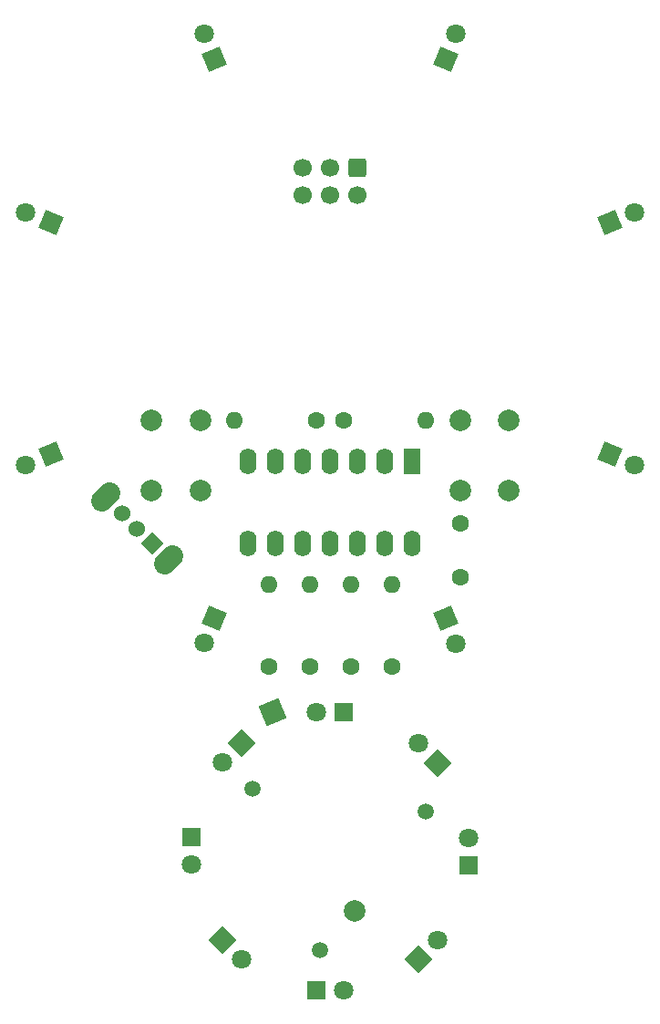
<source format=gbr>
%TF.GenerationSoftware,KiCad,Pcbnew,9.0.0*%
%TF.CreationDate,2025-02-27T14:29:49+01:00*%
%TF.ProjectId,CogLightBadgeTHT,436f674c-6967-4687-9442-616467655448,rev?*%
%TF.SameCoordinates,Original*%
%TF.FileFunction,Soldermask,Bot*%
%TF.FilePolarity,Negative*%
%FSLAX46Y46*%
G04 Gerber Fmt 4.6, Leading zero omitted, Abs format (unit mm)*
G04 Created by KiCad (PCBNEW 9.0.0) date 2025-02-27 14:29:49*
%MOMM*%
%LPD*%
G01*
G04 APERTURE LIST*
G04 Aperture macros list*
%AMRoundRect*
0 Rectangle with rounded corners*
0 $1 Rounding radius*
0 $2 $3 $4 $5 $6 $7 $8 $9 X,Y pos of 4 corners*
0 Add a 4 corners polygon primitive as box body*
4,1,4,$2,$3,$4,$5,$6,$7,$8,$9,$2,$3,0*
0 Add four circle primitives for the rounded corners*
1,1,$1+$1,$2,$3*
1,1,$1+$1,$4,$5*
1,1,$1+$1,$6,$7*
1,1,$1+$1,$8,$9*
0 Add four rect primitives between the rounded corners*
20,1,$1+$1,$2,$3,$4,$5,0*
20,1,$1+$1,$4,$5,$6,$7,0*
20,1,$1+$1,$6,$7,$8,$9,0*
20,1,$1+$1,$8,$9,$2,$3,0*%
%AMHorizOval*
0 Thick line with rounded ends*
0 $1 width*
0 $2 $3 position (X,Y) of the first rounded end (center of the circle)*
0 $4 $5 position (X,Y) of the second rounded end (center of the circle)*
0 Add line between two ends*
20,1,$1,$2,$3,$4,$5,0*
0 Add two circle primitives to create the rounded ends*
1,1,$1,$2,$3*
1,1,$1,$4,$5*%
%AMRotRect*
0 Rectangle, with rotation*
0 The origin of the aperture is its center*
0 $1 length*
0 $2 width*
0 $3 Rotation angle, in degrees counterclockwise*
0 Add horizontal line*
21,1,$1,$2,0,0,$3*%
G04 Aperture macros list end*
%ADD10RotRect,1.800000X1.800000X315.000000*%
%ADD11C,1.800000*%
%ADD12R,1.800000X1.800000*%
%ADD13RotRect,1.800000X1.800000X135.000000*%
%ADD14RotRect,1.800000X1.800000X157.500000*%
%ADD15RotRect,1.800000X1.800000X202.500000*%
%ADD16RotRect,1.800000X1.800000X247.500000*%
%ADD17RotRect,1.800000X1.800000X292.500000*%
%ADD18RotRect,1.800000X1.800000X337.500000*%
%ADD19RotRect,1.800000X1.800000X22.500000*%
%ADD20RotRect,1.800000X1.800000X67.500000*%
%ADD21RotRect,1.800000X1.800000X112.500000*%
%ADD22RotRect,1.800000X1.800000X45.000000*%
%ADD23RotRect,1.800000X1.800000X225.000000*%
%ADD24C,2.000000*%
%ADD25RotRect,2.000000X2.000000X202.500000*%
%ADD26C,1.500000*%
%ADD27R,1.600000X2.400000*%
%ADD28O,1.600000X2.400000*%
%ADD29C,1.600000*%
%ADD30O,1.600000X1.600000*%
%ADD31RotRect,1.524000X1.524000X135.000000*%
%ADD32C,1.524000*%
%ADD33HorizOval,2.000000X0.353553X0.353553X-0.353553X-0.353553X0*%
%ADD34RoundRect,0.250000X-0.600000X0.600000X-0.600000X-0.600000X0.600000X-0.600000X0.600000X0.600000X0*%
%ADD35C,1.700000*%
G04 APERTURE END LIST*
D10*
%TO.C,D12*%
X66183202Y-132016332D03*
D11*
X67979253Y-133812383D03*
%TD*%
D12*
%TO.C,D15*%
X89078839Y-125074814D03*
D11*
X89078839Y-122534814D03*
%TD*%
D13*
%TO.C,D16*%
X86216960Y-115596882D03*
D11*
X84420909Y-113800831D03*
%TD*%
%TO.C,D3*%
X47903221Y-64482995D03*
D14*
X50249875Y-65455011D03*
%TD*%
D11*
%TO.C,D2*%
X47904476Y-87915749D03*
D15*
X50251130Y-86943733D03*
%TD*%
D11*
%TO.C,D1*%
X64480283Y-104493811D03*
D16*
X65452299Y-102147157D03*
%TD*%
D12*
%TO.C,D9*%
X77468100Y-110917765D03*
D11*
X74928100Y-110917765D03*
%TD*%
%TO.C,D8*%
X87914586Y-104512789D03*
D17*
X86942570Y-102166135D03*
%TD*%
D18*
%TO.C,D7*%
X102154310Y-86951258D03*
D11*
X104500964Y-87923274D03*
%TD*%
D19*
%TO.C,D6*%
X102143312Y-65441119D03*
D11*
X104489966Y-64469103D03*
%TD*%
%TO.C,D5*%
X87910256Y-47905003D03*
D20*
X86938240Y-50251657D03*
%TD*%
D11*
%TO.C,D4*%
X64492714Y-47903782D03*
D21*
X65464730Y-50250436D03*
%TD*%
D11*
%TO.C,D11*%
X63311052Y-125068504D03*
D12*
X63311052Y-122528504D03*
%TD*%
D11*
%TO.C,D14*%
X86210916Y-132012193D03*
D22*
X84414865Y-133808244D03*
%TD*%
D12*
%TO.C,D13*%
X74928347Y-136678639D03*
D11*
X77468347Y-136678639D03*
%TD*%
%TO.C,D10*%
X66194117Y-115586576D03*
D23*
X67990168Y-113790525D03*
%TD*%
D24*
%TO.C,BT1*%
X78496101Y-129368277D03*
D25*
X70842432Y-110890687D03*
D26*
X85069244Y-120151239D03*
X75234666Y-132992231D03*
X69035194Y-118025383D03*
%TD*%
D27*
%TO.C,U1*%
X83820000Y-87630000D03*
D28*
X68580000Y-95250000D03*
X81280000Y-87630000D03*
X71120000Y-95250000D03*
X78740000Y-87630000D03*
X73660000Y-95250000D03*
X76200000Y-87630000D03*
X76200000Y-95250000D03*
X73660000Y-87630000D03*
X78740000Y-95250000D03*
X71120000Y-87630000D03*
X81280000Y-95250000D03*
X68580000Y-87630000D03*
X83820000Y-95250000D03*
%TD*%
D29*
%TO.C,R3*%
X74295000Y-106680000D03*
D30*
X74295000Y-99060000D03*
%TD*%
%TO.C,R4*%
X70485000Y-99060000D03*
D29*
X70485000Y-106680000D03*
%TD*%
%TO.C,R1*%
X81915000Y-106680000D03*
D30*
X81915000Y-99060000D03*
%TD*%
%TO.C,R2*%
X78105000Y-99060000D03*
D29*
X78105000Y-106680000D03*
%TD*%
%TO.C,C1*%
X88265000Y-98345000D03*
X88265000Y-93345000D03*
%TD*%
D30*
%TO.C,R5*%
X67310000Y-83820000D03*
D29*
X74930000Y-83820000D03*
%TD*%
D24*
%TO.C,SW2*%
X59635000Y-83820000D03*
X64135000Y-83820000D03*
X59635000Y-90320000D03*
X64135000Y-90320000D03*
%TD*%
D31*
%TO.C,SW1*%
X59690000Y-95250000D03*
D32*
X58275786Y-93835786D03*
X56861572Y-92421572D03*
D33*
X61174924Y-96734924D03*
X55376648Y-90936648D03*
%TD*%
D29*
%TO.C,R6*%
X77470000Y-83820000D03*
D30*
X85090000Y-83820000D03*
%TD*%
D24*
%TO.C,SW3*%
X88265000Y-83820000D03*
X92765000Y-83820000D03*
X88265000Y-90320000D03*
X92765000Y-90320000D03*
%TD*%
D34*
%TO.C,J1*%
X78740000Y-60325000D03*
D35*
X76200000Y-60325000D03*
X73660000Y-60325000D03*
X78740000Y-62865000D03*
X76200000Y-62865000D03*
X73660000Y-62865000D03*
%TD*%
M02*

</source>
